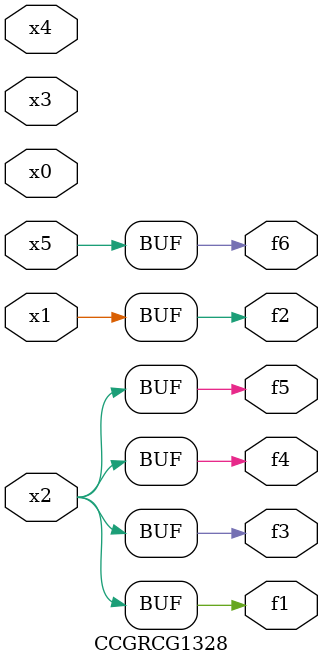
<source format=v>
module CCGRCG1328(
	input x0, x1, x2, x3, x4, x5,
	output f1, f2, f3, f4, f5, f6
);
	assign f1 = x2;
	assign f2 = x1;
	assign f3 = x2;
	assign f4 = x2;
	assign f5 = x2;
	assign f6 = x5;
endmodule

</source>
